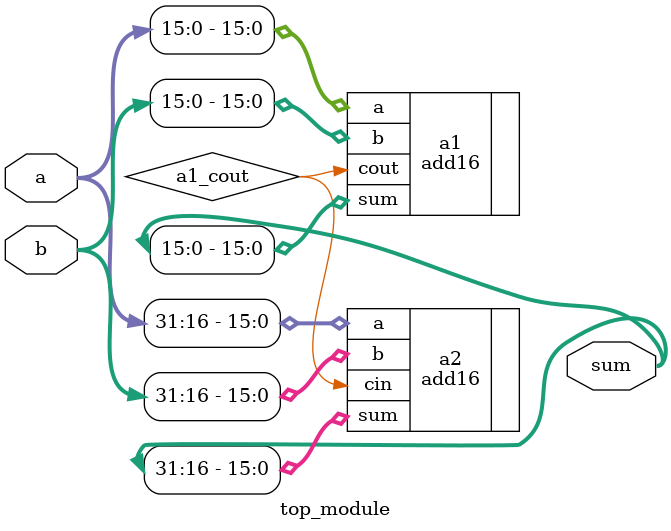
<source format=v>
module top_module(
    input [31:0] a,
    input [31:0] b,
    output [31:0] sum
);

    
    wire a1_cout;
    
    add16 a1(.a(a[15:0]),.b(b[15:0]),.sum(sum[15:0]),.cout(a1_cout));
    add16 a2(.a(a[31:16]),.b(b[31:16]),.sum(sum[31:16]),.cin(a1_cout));
    
   
    endmodule

// helpful short video for explanation (start from 0:33) :)
// https://www.youtube.com/watch?v=vK7-qPU8Xps&list=PL0E9jhuDlj9qxAfV9hFKNQeHLWimarJJm&index=10

</source>
